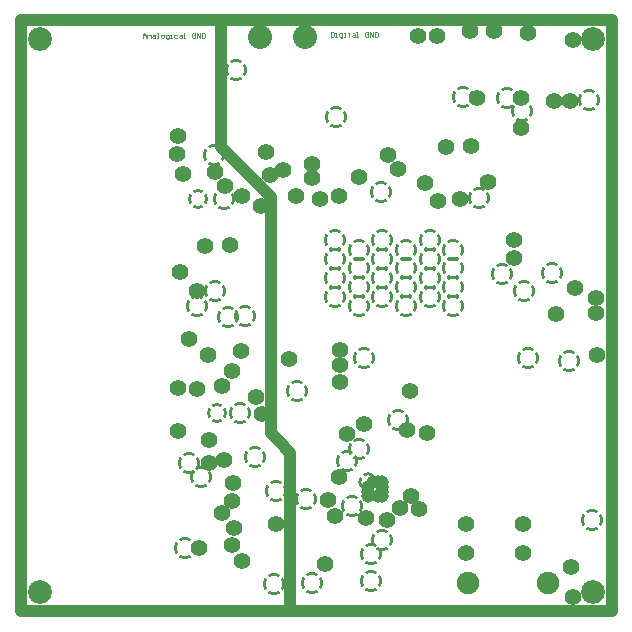
<source format=gbr>
%TF.GenerationSoftware,Altium Limited,Altium Designer,20.1.11 (218)*%
G04 Layer_Physical_Order=2*
G04 Layer_Color=32768*
%FSLAX45Y45*%
%MOMM*%
%TF.SameCoordinates,C7425212-4277-447C-8971-9BA6FDDE4791*%
%TF.FilePolarity,Negative*%
%TF.FileFunction,Copper,L2,Inr,Plane*%
%TF.Part,Single*%
G01*
G75*
%TA.AperFunction,NonConductor*%
%ADD62C,1.00000*%
%ADD63C,1.01600*%
%ADD64C,0.10000*%
%TA.AperFunction,WasherPad*%
%ADD65C,2.01600*%
%TA.AperFunction,ComponentPad*%
%ADD66C,1.91600*%
%ADD67C,2.03600*%
%TA.AperFunction,ViaPad*%
G04:AMPARAMS|DCode=68|XSize=1.924mm|YSize=1.924mm|CornerRadius=0mm|HoleSize=0mm|Usage=FLASHONLY|Rotation=0.000|XOffset=0mm|YOffset=0mm|HoleType=Round|Shape=Relief|Width=0.254mm|Gap=0.254mm|Entries=4|*
%AMTHD68*
7,0,0,1.92400,1.41600,0.25400,45*
%
%ADD68THD68*%
G04:AMPARAMS|DCode=69|XSize=1.654mm|YSize=1.654mm|CornerRadius=0mm|HoleSize=0mm|Usage=FLASHONLY|Rotation=0.000|XOffset=0mm|YOffset=0mm|HoleType=Round|Shape=Relief|Width=0.254mm|Gap=0.254mm|Entries=4|*
%AMTHD69*
7,0,0,1.65400,1.14600,0.25400,45*
%
%ADD69THD69*%
%ADD70C,1.14600*%
%ADD71C,1.13600*%
%ADD72C,1.41600*%
G04:AMPARAMS|DCode=73|XSize=1.724mm|YSize=1.724mm|CornerRadius=0mm|HoleSize=0mm|Usage=FLASHONLY|Rotation=0.000|XOffset=0mm|YOffset=0mm|HoleType=Round|Shape=Relief|Width=0.254mm|Gap=0.254mm|Entries=4|*
%AMTHD73*
7,0,0,1.72400,1.21600,0.25400,45*
%
%ADD73THD73*%
D62*
X2280000Y40000D02*
Y1340000D01*
X2180000Y1440000D02*
X2280000Y1340000D01*
X2115000Y1505000D02*
Y3505000D01*
Y1505000D02*
X2180000Y1440000D01*
X1690000Y3930000D02*
X2115000Y3505000D01*
X1690000Y3930000D02*
Y4960000D01*
D63*
X0Y0D02*
X5000000D01*
Y5000000D01*
X0D02*
X5000000D01*
X0Y0D02*
Y5000000D01*
D64*
X2620000Y4903316D02*
Y4863329D01*
X2639994D01*
X2646658Y4869993D01*
Y4896651D01*
X2639994Y4903316D01*
X2620000D01*
X2659987Y4863329D02*
X2673316D01*
X2666652D01*
Y4889987D01*
X2659987D01*
X2706638Y4850000D02*
X2713303D01*
X2719968Y4856664D01*
Y4889987D01*
X2699974D01*
X2693310Y4883322D01*
Y4869993D01*
X2699974Y4863329D01*
X2719968D01*
X2733297D02*
X2746625D01*
X2739961D01*
Y4889987D01*
X2733297D01*
X2773284Y4896651D02*
Y4889987D01*
X2766619D01*
X2779948D01*
X2773284D01*
Y4869993D01*
X2779948Y4863329D01*
X2806606Y4889987D02*
X2819935D01*
X2826600Y4883322D01*
Y4863329D01*
X2806606D01*
X2799942Y4869993D01*
X2806606Y4876658D01*
X2826600D01*
X2839929Y4863329D02*
X2853257D01*
X2846593D01*
Y4903316D01*
X2839929D01*
X2939896Y4896651D02*
X2933232Y4903316D01*
X2919902D01*
X2913238Y4896651D01*
Y4869993D01*
X2919902Y4863329D01*
X2933232D01*
X2939896Y4869993D01*
Y4883322D01*
X2926567D01*
X2953225Y4863329D02*
Y4903316D01*
X2979883Y4863329D01*
Y4903316D01*
X2993212D02*
Y4863329D01*
X3013206D01*
X3019870Y4869993D01*
Y4896651D01*
X3013206Y4903316D01*
X2993212D01*
X1030000Y4853329D02*
Y4879987D01*
X1043329Y4893316D01*
X1056658Y4879987D01*
Y4853329D01*
Y4873322D01*
X1030000D01*
X1069987Y4853329D02*
Y4879987D01*
X1089981D01*
X1096645Y4873322D01*
Y4853329D01*
X1116638Y4879987D02*
X1129968D01*
X1136632Y4873322D01*
Y4853329D01*
X1116638D01*
X1109974Y4859993D01*
X1116638Y4866658D01*
X1136632D01*
X1149961Y4853329D02*
X1163290D01*
X1156625D01*
Y4893316D01*
X1149961D01*
X1189948Y4853329D02*
X1203277D01*
X1209941Y4859993D01*
Y4873322D01*
X1203277Y4879987D01*
X1189948D01*
X1183283Y4873322D01*
Y4859993D01*
X1189948Y4853329D01*
X1236599Y4840000D02*
X1243264D01*
X1249928Y4846664D01*
Y4879987D01*
X1229935D01*
X1223270Y4873322D01*
Y4859993D01*
X1229935Y4853329D01*
X1249928D01*
X1263257D02*
X1276586D01*
X1269922D01*
Y4879987D01*
X1263257D01*
X1323238D02*
X1303244D01*
X1296580Y4873322D01*
Y4859993D01*
X1303244Y4853329D01*
X1323238D01*
X1343231Y4879987D02*
X1356560D01*
X1363225Y4873322D01*
Y4853329D01*
X1343231D01*
X1336567Y4859993D01*
X1343231Y4866658D01*
X1363225D01*
X1376554Y4853329D02*
X1389883D01*
X1383218D01*
Y4893316D01*
X1376554D01*
X1476521Y4886651D02*
X1469857Y4893316D01*
X1456528D01*
X1449863Y4886651D01*
Y4859993D01*
X1456528Y4853329D01*
X1469857D01*
X1476521Y4859993D01*
Y4873322D01*
X1463192D01*
X1489850Y4853329D02*
Y4893316D01*
X1516508Y4853329D01*
Y4893316D01*
X1529837D02*
Y4853329D01*
X1549831D01*
X1556495Y4859993D01*
Y4886651D01*
X1549831Y4893316D01*
X1529837D01*
D65*
X4840000Y4840000D02*
D03*
X160000Y160000D02*
D03*
Y4840000D02*
D03*
X4840000Y160000D02*
D03*
D66*
X3780000Y240002D02*
D03*
X4459999D02*
D03*
D67*
X2020000Y4860000D02*
D03*
X2401000D02*
D03*
D68*
X2756552Y1265862D02*
D03*
X2800000Y890000D02*
D03*
X2860000Y1370000D02*
D03*
X2140000Y230000D02*
D03*
X2155796Y1015796D02*
D03*
X2460000Y240000D02*
D03*
X2660006Y2980006D02*
D03*
X4260000Y2710000D02*
D03*
X3880000Y3499600D02*
D03*
X2660006Y2820006D02*
D03*
X3050000Y3550000D02*
D03*
X4070000Y2848740D02*
D03*
X4290000Y2140000D02*
D03*
X4830000Y770000D02*
D03*
X2959994Y250000D02*
D03*
X1900000Y2500000D02*
D03*
X3060000Y600000D02*
D03*
X2960000Y480000D02*
D03*
X2410000Y950000D02*
D03*
X1850000Y1680000D02*
D03*
X1630000Y3860000D02*
D03*
X3660007Y3060007D02*
D03*
Y2900006D02*
D03*
Y2740006D02*
D03*
Y2580006D02*
D03*
X3460007Y3140007D02*
D03*
Y2980006D02*
D03*
Y2820006D02*
D03*
Y2660006D02*
D03*
X3260007Y3060007D02*
D03*
Y2900006D02*
D03*
Y2740006D02*
D03*
Y2580006D02*
D03*
X3060007Y3140007D02*
D03*
Y2980006D02*
D03*
Y2820006D02*
D03*
Y2660006D02*
D03*
X2860006Y3060007D02*
D03*
Y2900006D02*
D03*
Y2740006D02*
D03*
Y2580006D02*
D03*
X2660006Y3140007D02*
D03*
Y2660006D02*
D03*
X2340006Y1860005D02*
D03*
X1980005Y1300005D02*
D03*
X4810000Y4330000D02*
D03*
X4495800Y2860000D02*
D03*
X4640000Y2120000D02*
D03*
X3189999Y1620001D02*
D03*
X2900000Y2140000D02*
D03*
D03*
X1520267Y1130330D02*
D03*
X1640000Y2710000D02*
D03*
X1720410Y3490000D02*
D03*
X1420000Y1250000D02*
D03*
X1389780Y530220D02*
D03*
X1490400Y2580000D02*
D03*
X1749192Y2490369D02*
D03*
X1820000Y4580000D02*
D03*
X2670000Y4180000D02*
D03*
X4114780Y4345220D02*
D03*
X3741978Y4347583D02*
D03*
X4244200Y4230000D02*
D03*
D69*
X2940003Y1090002D02*
D03*
D70*
Y1010002D02*
D03*
X2940000Y1050000D02*
D03*
X2980000Y1090000D02*
D03*
X3060002Y1090002D02*
D03*
X3060000Y1010000D02*
D03*
X3020000Y970000D02*
D03*
X3060000D02*
D03*
Y1050000D02*
D03*
X3020000Y1090000D02*
D03*
D71*
X2940000Y970000D02*
D03*
D72*
X3100000Y770000D02*
D03*
D03*
X2690000Y1130000D02*
D03*
X2160000Y740000D02*
D03*
X1699782Y830217D02*
D03*
X1800000Y700000D02*
D03*
X3950000Y3629600D02*
D03*
X2530000Y3488800D02*
D03*
X4169992Y3141369D02*
D03*
X3110394Y3860393D02*
D03*
X4169992Y2990000D02*
D03*
X2860000Y3670000D02*
D03*
X3720000Y3490000D02*
D03*
X4290000Y4890000D02*
D03*
X3420000Y3620000D02*
D03*
X3190000Y3740400D02*
D03*
X3530000Y3470000D02*
D03*
X2464600Y3665000D02*
D03*
X4230000Y4090000D02*
D03*
X3600001Y3929998D02*
D03*
X3810000Y3940031D02*
D03*
X2330000Y3515000D02*
D03*
X2690220Y3509780D02*
D03*
X2219996Y3729993D02*
D03*
X2075000Y3885000D02*
D03*
X4869600Y2520000D02*
D03*
X4689937Y2730000D02*
D03*
X3440400Y1505220D02*
D03*
X4869600Y2649998D02*
D03*
X4530000Y2514969D02*
D03*
X2920000Y790000D02*
D03*
X3210400Y870000D02*
D03*
X4670000Y4830000D02*
D03*
X1791091Y1081863D02*
D03*
X2460000Y3780000D02*
D03*
X2760000Y1500000D02*
D03*
X2600000Y939998D02*
D03*
D03*
X2660000Y800000D02*
D03*
X1990400Y1810000D02*
D03*
X2040400Y1670400D02*
D03*
X1870000Y3510000D02*
D03*
X1640000Y3719200D02*
D03*
X1790000Y930000D02*
D03*
X3360000Y4870000D02*
D03*
X4000000Y4910000D02*
D03*
X3800439Y4909600D02*
D03*
X4510000Y4320000D02*
D03*
X4234200Y4345769D02*
D03*
X4880000Y2170000D02*
D03*
X3290000Y1860000D02*
D03*
X2570000Y400000D02*
D03*
X4250000Y740000D02*
D03*
X2270000Y2130000D02*
D03*
X3770000Y490000D02*
D03*
X4670000Y120000D02*
D03*
X3300000Y970000D02*
D03*
X3370000Y860000D02*
D03*
X1330000Y1520000D02*
D03*
Y1890000D02*
D03*
X3860000Y4340000D02*
D03*
X3270000Y1530000D02*
D03*
X2900000Y1580000D02*
D03*
X3770000Y740000D02*
D03*
X4660000Y370000D02*
D03*
X2700000Y2080000D02*
D03*
Y1940000D02*
D03*
Y2210000D02*
D03*
X4250000Y490000D02*
D03*
X4650000Y4320000D02*
D03*
X3524268Y4869600D02*
D03*
X1720000Y1280000D02*
D03*
X1770000Y3100000D02*
D03*
X1559600Y3089600D02*
D03*
X2110001Y3690000D02*
D03*
X2030000Y3430000D02*
D03*
X1705000Y1905000D02*
D03*
X1730000Y3600000D02*
D03*
X1330000Y4020000D02*
D03*
X1589606Y1450000D02*
D03*
X1860400Y2200000D02*
D03*
X1790000Y2029600D02*
D03*
X1420399Y2300000D02*
D03*
X1349600Y2870000D02*
D03*
X1870000Y420000D02*
D03*
X1790000Y560000D02*
D03*
X1510000Y530000D02*
D03*
X1590000Y1250000D02*
D03*
X1580000Y2170000D02*
D03*
X1370000Y3700000D02*
D03*
X1320000Y3870000D02*
D03*
X1490400Y2710000D02*
D03*
X1490000Y1880000D02*
D03*
D73*
X1660006Y1679993D02*
D03*
X1500000Y3490000D02*
D03*
%TF.MD5,421a0074d77c8c8fd130197328d6ca67*%
M02*

</source>
